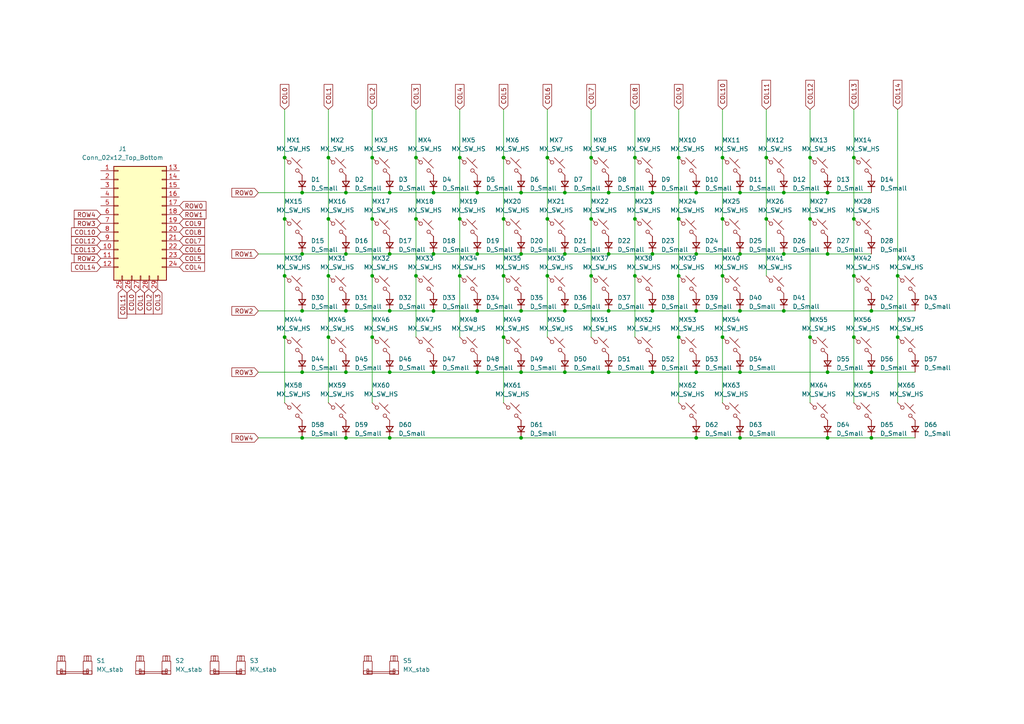
<source format=kicad_sch>
(kicad_sch (version 20250114) (generator "eeschema") (generator_version "9.0")
  (paper "A4")
  (junction (at 158.75 45.72))
  (junction (at 87.63 73.66))
  (junction (at 146.05 45.72))
  (junction (at 82.55 80.01))
  (junction (at 196.85 45.72))
  (junction (at 100.33 90.17))
  (junction (at 158.75 63.5))
  (junction (at 151.13 127))
  (junction (at 240.03 107.95))
  (junction (at 138.43 55.88))
  (junction (at 95.25 63.5))
  (junction (at 171.45 45.72))
  (junction (at 163.83 107.95))
  (junction (at 133.35 45.72))
  (junction (at 133.35 63.5))
  (junction (at 209.55 97.79))
  (junction (at 234.95 63.5))
  (junction (at 107.95 45.72))
  (junction (at 240.03 55.88))
  (junction (at 171.45 80.01))
  (junction (at 138.43 90.17))
  (junction (at 125.73 90.17))
  (junction (at 189.23 73.66))
  (junction (at 87.63 107.95))
  (junction (at 209.55 45.72))
  (junction (at 171.45 63.5))
  (junction (at 260.35 80.01))
  (junction (at 247.65 63.5))
  (junction (at 196.85 80.01))
  (junction (at 176.53 55.88))
  (junction (at 184.15 63.5))
  (junction (at 138.43 73.66))
  (junction (at 201.93 107.95))
  (junction (at 113.03 107.95))
  (junction (at 214.63 127))
  (junction (at 260.35 97.79))
  (junction (at 227.33 90.17))
  (junction (at 87.63 127))
  (junction (at 125.73 73.66))
  (junction (at 125.73 55.88))
  (junction (at 163.83 73.66))
  (junction (at 125.73 107.95))
  (junction (at 95.25 97.79))
  (junction (at 176.53 107.95))
  (junction (at 151.13 55.88))
  (junction (at 214.63 107.95))
  (junction (at 138.43 107.95))
  (junction (at 82.55 97.79))
  (junction (at 82.55 45.72))
  (junction (at 247.65 80.01))
  (junction (at 201.93 73.66))
  (junction (at 146.05 97.79))
  (junction (at 209.55 80.01))
  (junction (at 252.73 127))
  (junction (at 201.93 90.17))
  (junction (at 163.83 55.88))
  (junction (at 176.53 73.66))
  (junction (at 240.03 127))
  (junction (at 196.85 63.5))
  (junction (at 189.23 107.95))
  (junction (at 234.95 45.72))
  (junction (at 120.65 80.01))
  (junction (at 201.93 55.88))
  (junction (at 100.33 107.95))
  (junction (at 240.03 73.66))
  (junction (at 146.05 63.5))
  (junction (at 87.63 55.88))
  (junction (at 107.95 80.01))
  (junction (at 184.15 45.72))
  (junction (at 163.83 90.17))
  (junction (at 252.73 107.95))
  (junction (at 82.55 63.5))
  (junction (at 222.25 63.5))
  (junction (at 151.13 73.66))
  (junction (at 95.25 45.72))
  (junction (at 113.03 55.88))
  (junction (at 107.95 63.5))
  (junction (at 107.95 97.79))
  (junction (at 146.05 80.01))
  (junction (at 227.33 73.66))
  (junction (at 196.85 97.79))
  (junction (at 120.65 45.72))
  (junction (at 158.75 80.01))
  (junction (at 184.15 80.01))
  (junction (at 87.63 90.17))
  (junction (at 100.33 55.88))
  (junction (at 113.03 90.17))
  (junction (at 214.63 55.88))
  (junction (at 151.13 107.95))
  (junction (at 252.73 90.17))
  (junction (at 201.93 127))
  (junction (at 189.23 55.88))
  (junction (at 95.25 80.01))
  (junction (at 176.53 90.17))
  (junction (at 100.33 73.66))
  (junction (at 113.03 127))
  (junction (at 133.35 80.01))
  (junction (at 227.33 55.88))
  (junction (at 222.25 45.72))
  (junction (at 247.65 45.72))
  (junction (at 189.23 90.17))
  (junction (at 100.33 127))
  (junction (at 209.55 63.5))
  (junction (at 247.65 97.79))
  (junction (at 234.95 97.79))
  (junction (at 214.63 90.17))
  (junction (at 151.13 90.17))
  (junction (at 120.65 63.5))
  (junction (at 113.03 73.66))
  (junction (at 214.63 73.66))
  (wire (pts (xy 227.33 55.88) (xy 240.03 55.88)))
  (wire (pts (xy 209.55 45.72) (xy 209.55 63.5)))
  (wire (pts (xy 87.63 107.95) (xy 100.33 107.95)))
  (wire (pts (xy 125.73 73.66) (xy 138.43 73.66)))
  (wire (pts (xy 146.05 80.01) (xy 146.05 97.79)))
  (wire (pts (xy 95.25 63.5) (xy 95.25 80.01)))
  (wire (pts (xy 82.55 80.01) (xy 82.55 97.79)))
  (wire (pts (xy 95.25 97.79) (xy 95.25 116.84)))
  (wire (pts (xy 125.73 107.95) (xy 138.43 107.95)))
  (wire (pts (xy 87.63 90.17) (xy 100.33 90.17)))
  (wire (pts (xy 158.75 31.75) (xy 158.75 45.72)))
  (wire (pts (xy 171.45 63.5) (xy 171.45 80.01)))
  (wire (pts (xy 252.73 90.17) (xy 265.43 90.17)))
  (wire (pts (xy 247.65 63.5) (xy 247.65 80.01)))
  (wire (pts (xy 100.33 107.95) (xy 113.03 107.95)))
  (wire (pts (xy 252.73 127) (xy 265.43 127)))
  (wire (pts (xy 176.53 73.66) (xy 189.23 73.66)))
  (wire (pts (xy 158.75 80.01) (xy 158.75 97.79)))
  (wire (pts (xy 196.85 45.72) (xy 196.85 63.5)))
  (wire (pts (xy 247.65 80.01) (xy 247.65 97.79)))
  (wire (pts (xy 201.93 127) (xy 214.63 127)))
  (wire (pts (xy 138.43 90.17) (xy 151.13 90.17)))
  (wire (pts (xy 171.45 45.72) (xy 171.45 63.5)))
  (wire (pts (xy 100.33 55.88) (xy 113.03 55.88)))
  (wire (pts (xy 87.63 55.88) (xy 100.33 55.88)))
  (wire (pts (xy 74.93 90.17) (xy 87.63 90.17)))
  (wire (pts (xy 184.15 63.5) (xy 184.15 80.01)))
  (wire (pts (xy 151.13 90.17) (xy 163.83 90.17)))
  (wire (pts (xy 214.63 90.17) (xy 227.33 90.17)))
  (wire (pts (xy 209.55 31.75) (xy 209.55 45.72)))
  (wire (pts (xy 133.35 31.75) (xy 133.35 45.72)))
  (wire (pts (xy 138.43 55.88) (xy 151.13 55.88)))
  (wire (pts (xy 214.63 107.95) (xy 240.03 107.95)))
  (wire (pts (xy 234.95 45.72) (xy 234.95 63.5)))
  (wire (pts (xy 189.23 55.88) (xy 201.93 55.88)))
  (wire (pts (xy 222.25 45.72) (xy 222.25 63.5)))
  (wire (pts (xy 222.25 31.75) (xy 222.25 45.72)))
  (wire (pts (xy 107.95 63.5) (xy 107.95 80.01)))
  (wire (pts (xy 189.23 90.17) (xy 201.93 90.17)))
  (wire (pts (xy 209.55 63.5) (xy 209.55 80.01)))
  (wire (pts (xy 120.65 31.75) (xy 120.65 45.72)))
  (wire (pts (xy 196.85 80.01) (xy 196.85 97.79)))
  (wire (pts (xy 171.45 80.01) (xy 171.45 97.79)))
  (wire (pts (xy 240.03 55.88) (xy 252.73 55.88)))
  (wire (pts (xy 113.03 73.66) (xy 125.73 73.66)))
  (wire (pts (xy 151.13 107.95) (xy 163.83 107.95)))
  (wire (pts (xy 95.25 80.01) (xy 95.25 97.79)))
  (wire (pts (xy 158.75 63.5) (xy 158.75 80.01)))
  (wire (pts (xy 95.25 31.75) (xy 95.25 45.72)))
  (wire (pts (xy 120.65 80.01) (xy 120.65 97.79)))
  (wire (pts (xy 120.65 63.5) (xy 120.65 80.01)))
  (wire (pts (xy 107.95 97.79) (xy 107.95 116.84)))
  (wire (pts (xy 163.83 107.95) (xy 176.53 107.95)))
  (wire (pts (xy 196.85 31.75) (xy 196.85 45.72)))
  (wire (pts (xy 201.93 55.88) (xy 214.63 55.88)))
  (wire (pts (xy 209.55 80.01) (xy 209.55 97.79)))
  (wire (pts (xy 74.93 127) (xy 87.63 127)))
  (wire (pts (xy 120.65 45.72) (xy 120.65 63.5)))
  (wire (pts (xy 100.33 73.66) (xy 113.03 73.66)))
  (wire (pts (xy 247.65 97.79) (xy 247.65 116.84)))
  (wire (pts (xy 163.83 73.66) (xy 176.53 73.66)))
  (wire (pts (xy 74.93 55.88) (xy 87.63 55.88)))
  (wire (pts (xy 234.95 97.79) (xy 234.95 116.84)))
  (wire (pts (xy 252.73 107.95) (xy 265.43 107.95)))
  (wire (pts (xy 151.13 55.88) (xy 163.83 55.88)))
  (wire (pts (xy 158.75 45.72) (xy 158.75 63.5)))
  (wire (pts (xy 87.63 127) (xy 100.33 127)))
  (wire (pts (xy 100.33 90.17) (xy 113.03 90.17)))
  (wire (pts (xy 113.03 55.88) (xy 125.73 55.88)))
  (wire (pts (xy 95.25 45.72) (xy 95.25 63.5)))
  (wire (pts (xy 113.03 107.95) (xy 125.73 107.95)))
  (wire (pts (xy 82.55 63.5) (xy 82.55 80.01)))
  (wire (pts (xy 82.55 31.75) (xy 82.55 45.72)))
  (wire (pts (xy 260.35 97.79) (xy 260.35 116.84)))
  (wire (pts (xy 82.55 97.79) (xy 82.55 116.84)))
  (wire (pts (xy 82.55 45.72) (xy 82.55 63.5)))
  (wire (pts (xy 146.05 97.79) (xy 146.05 116.84)))
  (wire (pts (xy 151.13 127) (xy 201.93 127)))
  (wire (pts (xy 138.43 107.95) (xy 151.13 107.95)))
  (wire (pts (xy 184.15 80.01) (xy 184.15 97.79)))
  (wire (pts (xy 113.03 90.17) (xy 125.73 90.17)))
  (wire (pts (xy 176.53 107.95) (xy 189.23 107.95)))
  (wire (pts (xy 222.25 63.5) (xy 222.25 80.01)))
  (wire (pts (xy 201.93 107.95) (xy 214.63 107.95)))
  (wire (pts (xy 240.03 73.66) (xy 252.73 73.66)))
  (wire (pts (xy 74.93 73.66) (xy 87.63 73.66)))
  (wire (pts (xy 133.35 45.72) (xy 133.35 63.5)))
  (wire (pts (xy 163.83 55.88) (xy 176.53 55.88)))
  (wire (pts (xy 214.63 73.66) (xy 227.33 73.66)))
  (wire (pts (xy 201.93 73.66) (xy 214.63 73.66)))
  (wire (pts (xy 151.13 73.66) (xy 163.83 73.66)))
  (wire (pts (xy 107.95 31.75) (xy 107.95 45.72)))
  (wire (pts (xy 234.95 63.5) (xy 234.95 97.79)))
  (wire (pts (xy 107.95 45.72) (xy 107.95 63.5)))
  (wire (pts (xy 189.23 107.95) (xy 201.93 107.95)))
  (wire (pts (xy 74.93 107.95) (xy 87.63 107.95)))
  (wire (pts (xy 227.33 73.66) (xy 240.03 73.66)))
  (wire (pts (xy 171.45 31.75) (xy 171.45 45.72)))
  (wire (pts (xy 125.73 90.17) (xy 138.43 90.17)))
  (wire (pts (xy 260.35 80.01) (xy 260.35 97.79)))
  (wire (pts (xy 163.83 90.17) (xy 176.53 90.17)))
  (wire (pts (xy 184.15 45.72) (xy 184.15 63.5)))
  (wire (pts (xy 133.35 63.5) (xy 133.35 80.01)))
  (wire (pts (xy 189.23 73.66) (xy 201.93 73.66)))
  (wire (pts (xy 240.03 107.95) (xy 252.73 107.95)))
  (wire (pts (xy 146.05 63.5) (xy 146.05 80.01)))
  (wire (pts (xy 113.03 127) (xy 151.13 127)))
  (wire (pts (xy 133.35 80.01) (xy 133.35 97.79)))
  (wire (pts (xy 146.05 45.72) (xy 146.05 63.5)))
  (wire (pts (xy 184.15 31.75) (xy 184.15 45.72)))
  (wire (pts (xy 201.93 90.17) (xy 214.63 90.17)))
  (wire (pts (xy 247.65 31.75) (xy 247.65 45.72)))
  (wire (pts (xy 196.85 63.5) (xy 196.85 80.01)))
  (wire (pts (xy 176.53 55.88) (xy 189.23 55.88)))
  (wire (pts (xy 234.95 31.75) (xy 234.95 45.72)))
  (wire (pts (xy 209.55 97.79) (xy 209.55 116.84)))
  (wire (pts (xy 196.85 97.79) (xy 196.85 116.84)))
  (wire (pts (xy 138.43 73.66) (xy 151.13 73.66)))
  (wire (pts (xy 227.33 90.17) (xy 252.73 90.17)))
  (wire (pts (xy 247.65 45.72) (xy 247.65 63.5)))
  (wire (pts (xy 214.63 127) (xy 240.03 127)))
  (wire (pts (xy 240.03 127) (xy 252.73 127)))
  (wire (pts (xy 260.35 31.75) (xy 260.35 80.01)))
  (wire (pts (xy 214.63 55.88) (xy 227.33 55.88)))
  (wire (pts (xy 87.63 73.66) (xy 100.33 73.66)))
  (wire (pts (xy 107.95 80.01) (xy 107.95 97.79)))
  (wire (pts (xy 176.53 90.17) (xy 189.23 90.17)))
  (wire (pts (xy 125.73 55.88) (xy 138.43 55.88)))
  (wire (pts (xy 100.33 127) (xy 113.03 127)))
  (wire (pts (xy 146.05 31.75) (xy 146.05 45.72)))
  (global_label "COL4" (shape input) (at 133.35 31.75 90) (property "Intersheetrefs" "${INTERSHEET_REFS}" (effects (hide yes))))
  (global_label "ROW4" (shape input) (at 29.21 62.23 180) (property "Intersheetrefs" "${INTERSHEET_REFS}" (effects (hide yes))))
  (global_label "COL13" (shape input) (at 29.21 72.39 180) (property "Intersheetrefs" "${INTERSHEET_REFS}" (effects (hide yes))))
  (global_label "COL1" (shape input) (at 95.25 31.75 90) (property "Intersheetrefs" "${INTERSHEET_REFS}" (effects (hide yes))))
  (global_label "COL11" (shape input) (at 222.25 31.75 90) (property "Intersheetrefs" "${INTERSHEET_REFS}" (effects (hide yes))))
  (global_label "COL12" (shape input) (at 234.95 31.75 90) (property "Intersheetrefs" "${INTERSHEET_REFS}" (effects (hide yes))))
  (global_label "COL9" (shape input) (at 196.85 31.75 90) (property "Intersheetrefs" "${INTERSHEET_REFS}" (effects (hide yes))))
  (global_label "COL8" (shape input) (at 184.15 31.75 90) (property "Intersheetrefs" "${INTERSHEET_REFS}" (effects (hide yes))))
  (global_label "COL14" (shape input) (at 260.35 31.75 90) (property "Intersheetrefs" "${INTERSHEET_REFS}" (effects (hide yes))))
  (global_label "ROW2" (shape input) (at 74.93 90.17 180) (property "Intersheetrefs" "${INTERSHEET_REFS}" (effects (hide yes))))
  (global_label "COL4" (shape input) (at 52.07 77.47 0) (property "Intersheetrefs" "${INTERSHEET_REFS}" (effects (hide yes))))
  (global_label "COL10" (shape input) (at 29.21 67.31 180) (property "Intersheetrefs" "${INTERSHEET_REFS}" (effects (hide yes))))
  (global_label "COL0" (shape input) (at 38.1 83.82 270) (property "Intersheetrefs" "${INTERSHEET_REFS}" (effects (hide yes))))
  (global_label "COL2" (shape input) (at 107.95 31.75 90) (property "Intersheetrefs" "${INTERSHEET_REFS}" (effects (hide yes))))
  (global_label "COL14" (shape input) (at 29.21 77.47 180) (property "Intersheetrefs" "${INTERSHEET_REFS}" (effects (hide yes))))
  (global_label "COL0" (shape input) (at 82.55 31.75 90) (property "Intersheetrefs" "${INTERSHEET_REFS}" (effects (hide yes))))
  (global_label "COL7" (shape input) (at 171.45 31.75 90) (property "Intersheetrefs" "${INTERSHEET_REFS}" (effects (hide yes))))
  (global_label "COL5" (shape input) (at 146.05 31.75 90) (property "Intersheetrefs" "${INTERSHEET_REFS}" (effects (hide yes))))
  (global_label "COL3" (shape input) (at 120.65 31.75 90) (property "Intersheetrefs" "${INTERSHEET_REFS}" (effects (hide yes))))
  (global_label "ROW0" (shape input) (at 52.07 59.69 0) (property "Intersheetrefs" "${INTERSHEET_REFS}" (effects (hide yes))))
  (global_label "ROW3" (shape input) (at 29.21 64.77 180) (property "Intersheetrefs" "${INTERSHEET_REFS}" (effects (hide yes))))
  (global_label "ROW4" (shape input) (at 74.93 127 180) (property "Intersheetrefs" "${INTERSHEET_REFS}" (effects (hide yes))))
  (global_label "COL1" (shape input) (at 40.64 83.82 270) (property "Intersheetrefs" "${INTERSHEET_REFS}" (effects (hide yes))))
  (global_label "ROW1" (shape input) (at 74.93 73.66 180) (property "Intersheetrefs" "${INTERSHEET_REFS}" (effects (hide yes))))
  (global_label "COL6" (shape input) (at 52.07 72.39 0) (property "Intersheetrefs" "${INTERSHEET_REFS}" (effects (hide yes))))
  (global_label "COL5" (shape input) (at 52.07 74.93 0) (property "Intersheetrefs" "${INTERSHEET_REFS}" (effects (hide yes))))
  (global_label "ROW2" (shape input) (at 29.21 74.93 180) (property "Intersheetrefs" "${INTERSHEET_REFS}" (effects (hide yes))))
  (global_label "COL12" (shape input) (at 29.21 69.85 180) (property "Intersheetrefs" "${INTERSHEET_REFS}" (effects (hide yes))))
  (global_label "COL11" (shape input) (at 35.56 83.82 270) (property "Intersheetrefs" "${INTERSHEET_REFS}" (effects (hide yes))))
  (global_label "ROW3" (shape input) (at 74.93 107.95 180) (property "Intersheetrefs" "${INTERSHEET_REFS}" (effects (hide yes))))
  (global_label "COL6" (shape input) (at 158.75 31.75 90) (property "Intersheetrefs" "${INTERSHEET_REFS}" (effects (hide yes))))
  (global_label "COL2" (shape input) (at 43.18 83.82 270) (property "Intersheetrefs" "${INTERSHEET_REFS}" (effects (hide yes))))
  (global_label "COL7" (shape input) (at 52.07 69.85 0) (property "Intersheetrefs" "${INTERSHEET_REFS}" (effects (hide yes))))
  (global_label "ROW1" (shape input) (at 52.07 62.23 0) (property "Intersheetrefs" "${INTERSHEET_REFS}" (effects (hide yes))))
  (global_label "COL13" (shape input) (at 247.65 31.75 90) (property "Intersheetrefs" "${INTERSHEET_REFS}" (effects (hide yes))))
  (global_label "COL9" (shape input) (at 52.07 64.77 0) (property "Intersheetrefs" "${INTERSHEET_REFS}" (effects (hide yes))))
  (global_label "ROW0" (shape input) (at 74.93 55.88 180) (property "Intersheetrefs" "${INTERSHEET_REFS}" (effects (hide yes))))
  (global_label "COL8" (shape input) (at 52.07 67.31 0) (property "Intersheetrefs" "${INTERSHEET_REFS}" (effects (hide yes))))
  (global_label "COL3" (shape input) (at 45.72 83.82 270) (property "Intersheetrefs" "${INTERSHEET_REFS}" (effects (hide yes))))
  (global_label "COL10" (shape input) (at 209.55 31.75 90) (property "Intersheetrefs" "${INTERSHEET_REFS}" (effects (hide yes))))
  (symbol (lib_id "PCM_marbastlib-mx:MX_SW_HS_CPG151101S11") (at 97.79 66.04 0) (unit 1)
    (property "Reference" "MX16" (at 97.79 58.42 0))
    (property "Value" "MX_SW_HS" (at 97.79 60.96 0))
    (property "Footprint" "PCM_Switch_Keyboard_Cherry_MX:SW_Cherry_MX_PCB_1.00u" (effects (hide yes)))
    (property "Description" "Push button switch, normally open, two pins, 45° tilted, Kailh CPG151101S11 for Cherry MX style switches" (effects (hide yes)))
  )
  (symbol (lib_id "Device:D_Small") (at 240.03 105.41 90) (unit 1)
    (property "Reference" "D55" (at 242.57 104.1399 90) (effects (justify right)))
    (property "Value" "D_Small" (at 242.57 106.6799 90) (effects (justify right)))
    (property "Footprint" "Diode_SMD:D_SOD-323" (effects (hide yes)))
    (property "Description" "Diode, small symbol" (effects (hide yes)))
    (property "Sim.Device" "D" (effects (hide yes)))
    (property "Sim.Pins" "1=K 2=A" (effects (hide yes)))
  )
  (symbol (lib_id "Device:D_Small") (at 87.63 53.34 90) (unit 1)
    (property "Reference" "D1" (at 90.17 52.0699 90) (effects (justify right)))
    (property "Value" "D_Small" (at 90.17 54.6099 90) (effects (justify right)))
    (property "Footprint" "Diode_SMD:D_SOD-323" (effects (hide yes)))
    (property "Description" "Diode, small symbol" (effects (hide yes)))
    (property "Sim.Device" "D" (effects (hide yes)))
    (property "Sim.Pins" "1=K 2=A" (effects (hide yes)))
  )
  (symbol (lib_id "Device:D_Small") (at 214.63 87.63 90) (unit 1)
    (property "Reference" "D40" (at 217.17 86.3599 90) (effects (justify right)))
    (property "Value" "D_Small" (at 217.17 88.8999 90) (effects (justify right)))
    (property "Footprint" "Diode_SMD:D_SOD-323" (effects (hide yes)))
    (property "Description" "Diode, small symbol" (effects (hide yes)))
    (property "Sim.Device" "D" (effects (hide yes)))
    (property "Sim.Pins" "1=K 2=A" (effects (hide yes)))
  )
  (symbol (lib_id "Device:D_Small") (at 201.93 71.12 90) (unit 1)
    (property "Reference" "D24" (at 204.47 69.8499 90) (effects (justify right)))
    (property "Value" "D_Small" (at 204.47 72.3899 90) (effects (justify right)))
    (property "Footprint" "Diode_SMD:D_SOD-323" (effects (hide yes)))
    (property "Description" "Diode, small symbol" (effects (hide yes)))
    (property "Sim.Device" "D" (effects (hide yes)))
    (property "Sim.Pins" "1=K 2=A" (effects (hide yes)))
  )
  (symbol (lib_id "PCM_marbastlib-mx:MX_SW_HS_CPG151101S11") (at 161.29 82.55 0) (unit 1)
    (property "Reference" "MX36" (at 161.29 74.93 0))
    (property "Value" "MX_SW_HS" (at 161.29 77.47 0))
    (property "Footprint" "PCM_Switch_Keyboard_Cherry_MX:SW_Cherry_MX_PCB_1.00u" (effects (hide yes)))
    (property "Description" "Push button switch, normally open, two pins, 45° tilted, Kailh CPG151101S11 for Cherry MX style switches" (effects (hide yes)))
  )
  (symbol (lib_id "PCM_marbastlib-mx:MX_SW_HS_CPG151101S11") (at 212.09 48.26 0) (unit 1)
    (property "Reference" "MX11" (at 212.09 40.64 0))
    (property "Value" "MX_SW_HS" (at 212.09 43.18 0))
    (property "Footprint" "PCM_Switch_Keyboard_Cherry_MX:SW_Cherry_MX_PCB_1.00u" (effects (hide yes)))
    (property "Description" "Push button switch, normally open, two pins, 45° tilted, Kailh CPG151101S11 for Cherry MX style switches" (effects (hide yes)))
  )
  (symbol (lib_id "PCM_marbastlib-mx:MX_SW_HS_CPG151101S11") (at 212.09 100.33 0) (unit 1)
    (property "Reference" "MX54" (at 212.09 92.71 0))
    (property "Value" "MX_SW_HS" (at 212.09 95.25 0))
    (property "Footprint" "PCM_Switch_Keyboard_Cherry_MX:SW_Cherry_MX_PCB_1.00u" (effects (hide yes)))
    (property "Description" "Push button switch, normally open, two pins, 45° tilted, Kailh CPG151101S11 for Cherry MX style switches" (effects (hide yes)))
  )
  (symbol (lib_id "PCM_marbastlib-mx:MX_SW_HS_CPG151101S11") (at 212.09 119.38 0) (unit 1)
    (property "Reference" "MX63" (at 212.09 111.76 0))
    (property "Value" "MX_SW_HS" (at 212.09 114.3 0))
    (property "Footprint" "PCM_Switch_Keyboard_Cherry_MX:SW_Cherry_MX_PCB_1.25u" (effects (hide yes)))
    (property "Description" "Push button switch, normally open, two pins, 45° tilted, Kailh CPG151101S11 for Cherry MX style switches" (effects (hide yes)))
  )
  (symbol (lib_id "PCM_marbastlib-mx:MX_SW_HS_CPG151101S11") (at 250.19 48.26 0) (unit 1)
    (property "Reference" "MX14" (at 250.19 40.64 0))
    (property "Value" "MX_SW_HS" (at 250.19 43.18 0))
    (property "Footprint" "PCM_Switch_Keyboard_Cherry_MX:SW_Cherry_MX_PCB_2.00u" (effects (hide yes)))
    (property "Description" "Push button switch, normally open, two pins, 45° tilted, Kailh CPG151101S11 for Cherry MX style switches" (effects (hide yes)))
  )
  (symbol (lib_id "PCM_marbastlib-mx:MX_SW_HS_CPG151101S11") (at 148.59 119.38 0) (unit 1)
    (property "Reference" "MX61" (at 148.59 111.76 0))
    (property "Value" "MX_SW_HS" (at 148.59 114.3 0))
    (property "Footprint" "PCM_Switch_Keyboard_Cherry_MX:SW_Cherry_MX_PCB_6.25u" (effects (hide yes)))
    (property "Description" "Push button switch, normally open, two pins, 45° tilted, Kailh CPG151101S11 for Cherry MX style switches" (effects (hide yes)))
  )
  (symbol (lib_id "PCM_marbastlib-mx:MX_SW_HS_CPG151101S11") (at 148.59 48.26 0) (unit 1)
    (property "Reference" "MX6" (at 148.59 40.64 0))
    (property "Value" "MX_SW_HS" (at 148.59 43.18 0))
    (property "Footprint" "PCM_Switch_Keyboard_Cherry_MX:SW_Cherry_MX_PCB_1.00u" (effects (hide yes)))
    (property "Description" "Push button switch, normally open, two pins, 45° tilted, Kailh CPG151101S11 for Cherry MX style switches" (effects (hide yes)))
  )
  (symbol (lib_id "Connector_Generic:Conn_02x12_Top_Bottom") (at 34.29 62.23 0) (unit 1)
    (property "Reference" "J1" (at 35.56 43.18 0))
    (property "Value" "Conn_02x12_Top_Bottom" (at 35.56 45.72 0))
    (property "Footprint" "PCM_marbastlib-xp-promicroish:Elite-C_AH_Reversible" (effects (hide yes)))
    (property "Description" "Generic connector, double row, 02x12, top/bottom pin numbering scheme (row 1: 1...pins_per_row, row2: pins_per_row+1 ... num_pins), script generated (kicad-library-utils/schlib/autogen/connector/)" (effects (hide yes)))
  )
  (symbol (lib_id "PCM_marbastlib-mx:MX_SW_HS_CPG151101S11") (at 250.19 100.33 0) (unit 1)
    (property "Reference" "MX56" (at 250.19 92.71 0))
    (property "Value" "MX_SW_HS" (at 250.19 95.25 0))
    (property "Footprint" "PCM_Switch_Keyboard_Cherry_MX:SW_Cherry_MX_PCB_1.00u" (effects (hide yes)))
    (property "Description" "Push button switch, normally open, two pins, 45° tilted, Kailh CPG151101S11 for Cherry MX style switches" (effects (hide yes)))
  )
  (symbol (lib_id "Device:D_Small") (at 265.43 124.46 90) (unit 1)
    (property "Reference" "D66" (at 267.97 123.1899 90) (effects (justify right)))
    (property "Value" "D_Small" (at 267.97 125.7299 90) (effects (justify right)))
    (property "Footprint" "Diode_SMD:D_SOD-323" (effects (hide yes)))
    (property "Description" "Diode, small symbol" (effects (hide yes)))
    (property "Sim.Device" "D" (effects (hide yes)))
    (property "Sim.Pins" "1=K 2=A" (effects (hide yes)))
  )
  (symbol (lib_id "Device:D_Small") (at 138.43 87.63 90) (unit 1)
    (property "Reference" "D34" (at 140.97 86.3599 90) (effects (justify right)))
    (property "Value" "D_Small" (at 140.97 88.8999 90) (effects (justify right)))
    (property "Footprint" "Diode_SMD:D_SOD-323" (effects (hide yes)))
    (property "Description" "Diode, small symbol" (effects (hide yes)))
    (property "Sim.Device" "D" (effects (hide yes)))
    (property "Sim.Pins" "1=K 2=A" (effects (hide yes)))
  )
  (symbol (lib_id "Device:D_Small") (at 100.33 87.63 90) (unit 1)
    (property "Reference" "D31" (at 102.87 86.3599 90) (effects (justify right)))
    (property "Value" "D_Small" (at 102.87 88.8999 90) (effects (justify right)))
    (property "Footprint" "Diode_SMD:D_SOD-323" (effects (hide yes)))
    (property "Description" "Diode, small symbol" (effects (hide yes)))
    (property "Sim.Device" "D" (effects (hide yes)))
    (property "Sim.Pins" "1=K 2=A" (effects (hide yes)))
  )
  (symbol (lib_id "PCM_marbastlib-mx:MX_SW_HS_CPG151101S11") (at 173.99 66.04 0) (unit 1)
    (property "Reference" "MX22" (at 173.99 58.42 0))
    (property "Value" "MX_SW_HS" (at 173.99 60.96 0))
    (property "Footprint" "PCM_Switch_Keyboard_Cherry_MX:SW_Cherry_MX_PCB_1.00u" (effects (hide yes)))
    (property "Description" "Push button switch, normally open, two pins, 45° tilted, Kailh CPG151101S11 for Cherry MX style switches" (effects (hide yes)))
  )
  (symbol (lib_id "PCM_marbastlib-mx:MX_SW_HS_CPG151101S11") (at 135.89 82.55 0) (unit 1)
    (property "Reference" "MX34" (at 135.89 74.93 0))
    (property "Value" "MX_SW_HS" (at 135.89 77.47 0))
    (property "Footprint" "PCM_Switch_Keyboard_Cherry_MX:SW_Cherry_MX_PCB_1.00u" (effects (hide yes)))
    (property "Description" "Push button switch, normally open, two pins, 45° tilted, Kailh CPG151101S11 for Cherry MX style switches" (effects (hide yes)))
  )
  (symbol (lib_id "PCM_marbastlib-mx:MX_SW_HS_CPG151101S11") (at 123.19 82.55 0) (unit 1)
    (property "Reference" "MX33" (at 123.19 74.93 0))
    (property "Value" "MX_SW_HS" (at 123.19 77.47 0))
    (property "Footprint" "PCM_Switch_Keyboard_Cherry_MX:SW_Cherry_MX_PCB_1.00u" (effects (hide yes)))
    (property "Description" "Push button switch, normally open, two pins, 45° tilted, Kailh CPG151101S11 for Cherry MX style switches" (effects (hide yes)))
  )
  (symbol (lib_id "Device:D_Small") (at 189.23 71.12 90) (unit 1)
    (property "Reference" "D23" (at 191.77 69.8499 90) (effects (justify right)))
    (property "Value" "D_Small" (at 191.77 72.3899 90) (effects (justify right)))
    (property "Footprint" "Diode_SMD:D_SOD-323" (effects (hide yes)))
    (property "Description" "Diode, small symbol" (effects (hide yes)))
    (property "Sim.Device" "D" (effects (hide yes)))
    (property "Sim.Pins" "1=K 2=A" (effects (hide yes)))
  )
  (symbol (lib_id "PCM_marbastlib-mx:MX_SW_HS_CPG151101S11") (at 148.59 66.04 0) (unit 1)
    (property "Reference" "MX20" (at 148.59 58.42 0))
    (property "Value" "MX_SW_HS" (at 148.59 60.96 0))
    (property "Footprint" "PCM_Switch_Keyboard_Cherry_MX:SW_Cherry_MX_PCB_1.00u" (effects (hide yes)))
    (property "Description" "Push button switch, normally open, two pins, 45° tilted, Kailh CPG151101S11 for Cherry MX style switches" (effects (hide yes)))
  )
  (symbol (lib_id "Device:D_Small") (at 100.33 53.34 90) (unit 1)
    (property "Reference" "D2" (at 102.87 52.0699 90) (effects (justify right)))
    (property "Value" "D_Small" (at 102.87 54.6099 90) (effects (justify right)))
    (property "Footprint" "Diode_SMD:D_SOD-323" (effects (hide yes)))
    (property "Description" "Diode, small symbol" (effects (hide yes)))
    (property "Sim.Device" "D" (effects (hide yes)))
    (property "Sim.Pins" "1=K 2=A" (effects (hide yes)))
  )
  (symbol (lib_id "PCM_marbastlib-mx:MX_SW_HS_CPG151101S11") (at 237.49 48.26 0) (unit 1)
    (property "Reference" "MX13" (at 237.49 40.64 0))
    (property "Value" "MX_SW_HS" (at 237.49 43.18 0))
    (property "Footprint" "PCM_Switch_Keyboard_Cherry_MX:SW_Cherry_MX_PCB_1.00u" (effects (hide yes)))
    (property "Description" "Push button switch, normally open, two pins, 45° tilted, Kailh CPG151101S11 for Cherry MX style switches" (effects (hide yes)))
  )
  (symbol (lib_id "PCM_marbastlib-mx:MX_SW_HS_CPG151101S11") (at 199.39 48.26 0) (unit 1)
    (property "Reference" "MX10" (at 199.39 40.64 0))
    (property "Value" "MX_SW_HS" (at 199.39 43.18 0))
    (property "Footprint" "PCM_Switch_Keyboard_Cherry_MX:SW_Cherry_MX_PCB_1.00u" (effects (hide yes)))
    (property "Description" "Push button switch, normally open, two pins, 45° tilted, Kailh CPG151101S11 for Cherry MX style switches" (effects (hide yes)))
  )
  (symbol (lib_id "PCM_marbastlib-mx:MX_SW_HS_CPG151101S11") (at 123.19 66.04 0) (unit 1)
    (property "Reference" "MX18" (at 123.19 58.42 0))
    (property "Value" "MX_SW_HS" (at 123.19 60.96 0))
    (property "Footprint" "PCM_Switch_Keyboard_Cherry_MX:SW_Cherry_MX_PCB_1.00u" (effects (hide yes)))
    (property "Description" "Push button switch, normally open, two pins, 45° tilted, Kailh CPG151101S11 for Cherry MX style switches" (effects (hide yes)))
  )
  (symbol (lib_id "Device:D_Small") (at 201.93 124.46 90) (unit 1)
    (property "Reference" "D62" (at 204.47 123.1899 90) (effects (justify right)))
    (property "Value" "D_Small" (at 204.47 125.7299 90) (effects (justify right)))
    (property "Footprint" "Diode_SMD:D_SOD-323" (effects (hide yes)))
    (property "Description" "Diode, small symbol" (effects (hide yes)))
    (property "Sim.Device" "D" (effects (hide yes)))
    (property "Sim.Pins" "1=K 2=A" (effects (hide yes)))
  )
  (symbol (lib_id "PCM_marbastlib-mx:MX_SW_HS_CPG151101S11") (at 199.39 100.33 0) (unit 1)
    (property "Reference" "MX53" (at 199.39 92.71 0))
    (property "Value" "MX_SW_HS" (at 199.39 95.25 0))
    (property "Footprint" "PCM_Switch_Keyboard_Cherry_MX:SW_Cherry_MX_PCB_1.00u" (effects (hide yes)))
    (property "Description" "Push button switch, normally open, two pins, 45° tilted, Kailh CPG151101S11 for Cherry MX style switches" (effects (hide yes)))
  )
  (symbol (lib_id "PCM_marbastlib-mx:MX_SW_HS_CPG151101S11") (at 161.29 100.33 0) (unit 1)
    (property "Reference" "MX50" (at 161.29 92.71 0))
    (property "Value" "MX_SW_HS" (at 161.29 95.25 0))
    (property "Footprint" "PCM_Switch_Keyboard_Cherry_MX:SW_Cherry_MX_PCB_1.00u" (effects (hide yes)))
    (property "Description" "Push button switch, normally open, two pins, 45° tilted, Kailh CPG151101S11 for Cherry MX style switches" (effects (hide yes)))
  )
  (symbol (lib_id "Device:D_Small") (at 201.93 105.41 90) (unit 1)
    (property "Reference" "D53" (at 204.47 104.1399 90) (effects (justify right)))
    (property "Value" "D_Small" (at 204.47 106.6799 90) (effects (justify right)))
    (property "Footprint" "Diode_SMD:D_SOD-323" (effects (hide yes)))
    (property "Description" "Diode, small symbol" (effects (hide yes)))
    (property "Sim.Device" "D" (effects (hide yes)))
    (property "Sim.Pins" "1=K 2=A" (effects (hide yes)))
  )
  (symbol (lib_id "PCM_marbastlib-mx:MX_SW_HS_CPG151101S11") (at 199.39 66.04 0) (unit 1)
    (property "Reference" "MX24" (at 199.39 58.42 0))
    (property "Value" "MX_SW_HS" (at 199.39 60.96 0))
    (property "Footprint" "PCM_Switch_Keyboard_Cherry_MX:SW_Cherry_MX_PCB_1.00u" (effects (hide yes)))
    (property "Description" "Push button switch, normally open, two pins, 45° tilted, Kailh CPG151101S11 for Cherry MX style switches" (effects (hide yes)))
  )
  (symbol (lib_id "PCM_marbastlib-mx:MX_SW_HS_CPG151101S11") (at 97.79 119.38 0) (unit 1)
    (property "Reference" "MX59" (at 97.79 111.76 0))
    (property "Value" "MX_SW_HS" (at 97.79 114.3 0))
    (property "Footprint" "PCM_Switch_Keyboard_Cherry_MX:SW_Cherry_MX_PCB_1.25u" (effects (hide yes)))
    (property "Description" "Push button switch, normally open, two pins, 45° tilted, Kailh CPG151101S11 for Cherry MX style switches" (effects (hide yes)))
  )
  (symbol (lib_id "PCM_marbastlib-mx:MX_SW_HS_CPG151101S11") (at 123.19 100.33 0) (unit 1)
    (property "Reference" "MX47" (at 123.19 92.71 0))
    (property "Value" "MX_SW_HS" (at 123.19 95.25 0))
    (property "Footprint" "PCM_Switch_Keyboard_Cherry_MX:SW_Cherry_MX_PCB_1.00u" (effects (hide yes)))
    (property "Description" "Push button switch, normally open, two pins, 45° tilted, Kailh CPG151101S11 for Cherry MX style switches" (effects (hide yes)))
  )
  (symbol (lib_id "PCM_marbastlib-mx:MX_SW_HS_CPG151101S11") (at 186.69 82.55 0) (unit 1)
    (property "Reference" "MX38" (at 186.69 74.93 0))
    (property "Value" "MX_SW_HS" (at 186.69 77.47 0))
    (property "Footprint" "PCM_Switch_Keyboard_Cherry_MX:SW_Cherry_MX_PCB_1.00u" (effects (hide yes)))
    (property "Description" "Push button switch, normally open, two pins, 45° tilted, Kailh CPG151101S11 for Cherry MX style switches" (effects (hide yes)))
  )
  (symbol (lib_id "PCM_marbastlib-mx:MX_SW_HS_CPG151101S11") (at 85.09 48.26 0) (unit 1)
    (property "Reference" "MX1" (at 85.09 40.64 0))
    (property "Value" "MX_SW_HS" (at 85.09 43.18 0))
    (property "Footprint" "PCM_Switch_Keyboard_Cherry_MX:SW_Cherry_MX_PCB_1.00u" (effects (hide yes)))
    (property "Description" "Push button switch, normally open, two pins, 45° tilted, Kailh CPG151101S11 for Cherry MX style switches" (effects (hide yes)))
  )
  (symbol (lib_id "Device:D_Small") (at 151.13 71.12 90) (unit 1)
    (property "Reference" "D20" (at 153.67 69.8499 90) (effects (justify right)))
    (property "Value" "D_Small" (at 153.67 72.3899 90) (effects (justify right)))
    (property "Footprint" "Diode_SMD:D_SOD-323" (effects (hide yes)))
    (property "Description" "Diode, small symbol" (effects (hide yes)))
    (property "Sim.Device" "D" (effects (hide yes)))
    (property "Sim.Pins" "1=K 2=A" (effects (hide yes)))
  )
  (symbol (lib_id "Device:D_Small") (at 214.63 124.46 90) (unit 1)
    (property "Reference" "D63" (at 217.17 123.1899 90) (effects (justify right)))
    (property "Value" "D_Small" (at 217.17 125.7299 90) (effects (justify right)))
    (property "Footprint" "Diode_SMD:D_SOD-323" (effects (hide yes)))
    (property "Description" "Diode, small symbol" (effects (hide yes)))
    (property "Sim.Device" "D" (effects (hide yes)))
    (property "Sim.Pins" "1=K 2=A" (effects (hide yes)))
  )
  (symbol (lib_id "PCM_marbastlib-mx:MX_SW_HS_CPG151101S11") (at 110.49 48.26 0) (unit 1)
    (property "Reference" "MX3" (at 110.49 40.64 0))
    (property "Value" "MX_SW_HS" (at 110.49 43.18 0))
    (property "Footprint" "PCM_Switch_Keyboard_Cherry_MX:SW_Cherry_MX_PCB_1.00u" (effects (hide yes)))
    (property "Description" "Push button switch, normally open, two pins, 45° tilted, Kailh CPG151101S11 for Cherry MX style switches" (effects (hide yes)))
  )
  (symbol (lib_id "PCM_marbastlib-mx:MX_SW_HS_CPG151101S11") (at 85.09 82.55 0) (unit 1)
    (property "Reference" "MX30" (at 85.09 74.93 0))
    (property "Value" "MX_SW_HS" (at 85.09 77.47 0))
    (property "Footprint" "PCM_Switch_Keyboard_Cherry_MX:SW_Cherry_MX_PCB_1.75u" (effects (hide yes)))
    (property "Description" "Push button switch, normally open, two pins, 45° tilted, Kailh CPG151101S11 for Cherry MX style switches" (effects (hide yes)))
  )
  (symbol (lib_id "Device:D_Small") (at 189.23 87.63 90) (unit 1)
    (property "Reference" "D38" (at 191.77 86.3599 90) (effects (justify right)))
    (property "Value" "D_Small" (at 191.77 88.8999 90) (effects (justify right)))
    (property "Footprint" "Diode_SMD:D_SOD-323" (effects (hide yes)))
    (property "Description" "Diode, small symbol" (effects (hide yes)))
    (property "Sim.Device" "D" (effects (hide yes)))
    (property "Sim.Pins" "1=K 2=A" (effects (hide yes)))
  )
  (symbol (lib_id "PCM_marbastlib-mx:MX_SW_HS_CPG151101S11") (at 262.89 82.55 0) (unit 1)
    (property "Reference" "MX43" (at 262.89 74.93 0))
    (property "Value" "MX_SW_HS" (at 262.89 77.47 0))
    (property "Footprint" "PCM_Switch_Keyboard_Cherry_MX:SW_Cherry_MX_PCB_1.00u" (effects (hide yes)))
    (property "Description" "Push button switch, normally open, two pins, 45° tilted, Kailh CPG151101S11 for Cherry MX style switches" (effects (hide yes)))
  )
  (symbol (lib_id "PCM_marbastlib-mx:MX_SW_HS_CPG151101S11") (at 110.49 82.55 0) (unit 1)
    (property "Reference" "MX32" (at 110.49 74.93 0))
    (property "Value" "MX_SW_HS" (at 110.49 77.47 0))
    (property "Footprint" "PCM_Switch_Keyboard_Cherry_MX:SW_Cherry_MX_PCB_1.00u" (effects (hide yes)))
    (property "Description" "Push button switch, normally open, two pins, 45° tilted, Kailh CPG151101S11 for Cherry MX style switches" (effects (hide yes)))
  )
  (symbol (lib_id "PCM_marbastlib-mx:MX_stab") (at 44.45 193.04 0) (unit 1)
    (property "Reference" "S2" (at 50.8 191.6429 0) (effects (justify left)))
    (property "Value" "MX_stab" (at 50.8 194.1829 0) (effects (justify left)))
    (property "Footprint" "PCM_marbastlib-mx:STAB_MX_P_2.25u" (effects (hide yes)))
    (property "Description" "Cherry MX-style stabilizer" (effects (hide yes)))
  )
  (symbol (lib_id "Device:D_Small") (at 176.53 87.63 90) (unit 1)
    (property "Reference" "D37" (at 179.07 86.3599 90) (effects (justify right)))
    (property "Value" "D_Small" (at 179.07 88.8999 90) (effects (justify right)))
    (property "Footprint" "Diode_SMD:D_SOD-323" (effects (hide yes)))
    (property "Description" "Diode, small symbol" (effects (hide yes)))
    (property "Sim.Device" "D" (effects (hide yes)))
    (property "Sim.Pins" "1=K 2=A" (effects (hide yes)))
  )
  (symbol (lib_id "Device:D_Small") (at 113.03 105.41 90) (unit 1)
    (property "Reference" "D46" (at 115.57 104.1399 90) (effects (justify right)))
    (property "Value" "D_Small" (at 115.57 106.6799 90) (effects (justify right)))
    (property "Footprint" "Diode_SMD:D_SOD-323" (effects (hide yes)))
    (property "Description" "Diode, small symbol" (effects (hide yes)))
    (property "Sim.Device" "D" (effects (hide yes)))
    (property "Sim.Pins" "1=K 2=A" (effects (hide yes)))
  )
  (symbol (lib_id "PCM_marbastlib-mx:MX_SW_HS_CPG151101S11") (at 186.69 100.33 0) (unit 1)
    (property "Reference" "MX52" (at 186.69 92.71 0))
    (property "Value" "MX_SW_HS" (at 186.69 95.25 0))
    (property "Footprint" "PCM_Switch_Keyboard_Cherry_MX:SW_Cherry_MX_PCB_1.00u" (effects (hide yes)))
    (property "Description" "Push button switch, normally open, two pins, 45° tilted, Kailh CPG151101S11 for Cherry MX style switches" (effects (hide yes)))
  )
  (symbol (lib_id "PCM_marbastlib-mx:MX_SW_HS_CPG151101S11") (at 212.09 66.04 0) (unit 1)
    (property "Reference" "MX25" (at 212.09 58.42 0))
    (property "Value" "MX_SW_HS" (at 212.09 60.96 0))
    (property "Footprint" "PCM_Switch_Keyboard_Cherry_MX:SW_Cherry_MX_PCB_1.00u" (effects (hide yes)))
    (property "Description" "Push button switch, normally open, two pins, 45° tilted, Kailh CPG151101S11 for Cherry MX style switches" (effects (hide yes)))
  )
  (symbol (lib_id "Device:D_Small") (at 265.43 87.63 90) (unit 1)
    (property "Reference" "D43" (at 267.97 86.3599 90) (effects (justify right)))
    (property "Value" "D_Small" (at 267.97 88.8999 90) (effects (justify right)))
    (property "Footprint" "Diode_SMD:D_SOD-323" (effects (hide yes)))
    (property "Description" "Diode, small symbol" (effects (hide yes)))
    (property "Sim.Device" "D" (effects (hide yes)))
    (property "Sim.Pins" "1=K 2=A" (effects (hide yes)))
  )
  (symbol (lib_id "PCM_marbastlib-mx:MX_SW_HS_CPG151101S11") (at 186.69 66.04 0) (unit 1)
    (property "Reference" "MX23" (at 186.69 58.42 0))
    (property "Value" "MX_SW_HS" (at 186.69 60.96 0))
    (property "Footprint" "PCM_Switch_Keyboard_Cherry_MX:SW_Cherry_MX_PCB_1.00u" (effects (hide yes)))
    (property "Description" "Push button switch, normally open, two pins, 45° tilted, Kailh CPG151101S11 for Cherry MX style switches" (effects (hide yes)))
  )
  (symbol (lib_id "Device:D_Small") (at 252.73 53.34 90) (unit 1)
    (property "Reference" "D14" (at 255.27 52.0699 90) (effects (justify right)))
    (property "Value" "D_Small" (at 255.27 54.6099 90) (effects (justify right)))
    (property "Footprint" "Diode_SMD:D_SOD-323" (effects (hide yes)))
    (property "Description" "Diode, small symbol" (effects (hide yes)))
    (property "Sim.Device" "D" (effects (hide yes)))
    (property "Sim.Pins" "1=K 2=A" (effects (hide yes)))
  )
  (symbol (lib_id "Device:D_Small") (at 214.63 71.12 90) (unit 1)
    (property "Reference" "D25" (at 217.17 69.8499 90) (effects (justify right)))
    (property "Value" "D_Small" (at 217.17 72.3899 90) (effects (justify right)))
    (property "Footprint" "Diode_SMD:D_SOD-323" (effects (hide yes)))
    (property "Description" "Diode, small symbol" (effects (hide yes)))
    (property "Sim.Device" "D" (effects (hide yes)))
    (property "Sim.Pins" "1=K 2=A" (effects (hide yes)))
  )
  (symbol (lib_id "PCM_marbastlib-mx:MX_SW_HS_CPG151101S11") (at 186.69 48.26 0) (unit 1)
    (property "Reference" "MX9" (at 186.69 40.64 0))
    (property "Value" "MX_SW_HS" (at 186.69 43.18 0))
    (property "Footprint" "PCM_Switch_Keyboard_Cherry_MX:SW_Cherry_MX_PCB_1.00u" (effects (hide yes)))
    (property "Description" "Push button switch, normally open, two pins, 45° tilted, Kailh CPG151101S11 for Cherry MX style switches" (effects (hide yes)))
  )
  (symbol (lib_id "PCM_marbastlib-mx:MX_SW_HS_CPG151101S11") (at 85.09 66.04 0) (unit 1)
    (property "Reference" "MX15" (at 85.09 58.42 0))
    (property "Value" "MX_SW_HS" (at 85.09 60.96 0))
    (property "Footprint" "PCM_Switch_Keyboard_Cherry_MX:SW_Cherry_MX_PCB_1.50u" (effects (hide yes)))
    (property "Description" "Push button switch, normally open, two pins, 45° tilted, Kailh CPG151101S11 for Cherry MX style switches" (effects (hide yes)))
  )
  (symbol (lib_id "Device:D_Small") (at 87.63 71.12 90) (unit 1)
    (property "Reference" "D15" (at 90.17 69.8499 90) (effects (justify right)))
    (property "Value" "D_Small" (at 90.17 72.3899 90) (effects (justify right)))
    (property "Footprint" "Diode_SMD:D_SOD-323" (effects (hide yes)))
    (property "Description" "Diode, small symbol" (effects (hide yes)))
    (property "Sim.Device" "D" (effects (hide yes)))
    (property "Sim.Pins" "1=K 2=A" (effects (hide yes)))
  )
  (symbol (lib_id "Device:D_Small") (at 227.33 53.34 90) (unit 1)
    (property "Reference" "D12" (at 229.87 52.0699 90) (effects (justify right)))
    (property "Value" "D_Small" (at 229.87 54.6099 90) (effects (justify right)))
    (property "Footprint" "Diode_SMD:D_SOD-323" (effects (hide yes)))
    (property "Description" "Diode, small symbol" (effects (hide yes)))
    (property "Sim.Device" "D" (effects (hide yes)))
    (property "Sim.Pins" "1=K 2=A" (effects (hide yes)))
  )
  (symbol (lib_id "PCM_marbastlib-mx:MX_SW_HS_CPG151101S11") (at 148.59 100.33 0) (unit 1)
    (property "Reference" "MX49" (at 148.59 92.71 0))
    (property "Value" "MX_SW_HS" (at 148.59 95.25 0))
    (property "Footprint" "PCM_Switch_Keyboard_Cherry_MX:SW_Cherry_MX_PCB_1.00u" (effects (hide yes)))
    (property "Description" "Push button switch, normally open, two pins, 45° tilted, Kailh CPG151101S11 for Cherry MX style switches" (effects (hide yes)))
  )
  (symbol (lib_id "Device:D_Small") (at 252.73 87.63 90) (unit 1)
    (property "Reference" "D42" (at 255.27 86.3599 90) (effects (justify right)))
    (property "Value" "D_Small" (at 255.27 88.8999 90) (effects (justify right)))
    (property "Footprint" "Diode_SMD:D_SOD-323" (effects (hide yes)))
    (property "Description" "Diode, small symbol" (effects (hide yes)))
    (property "Sim.Device" "D" (effects (hide yes)))
    (property "Sim.Pins" "1=K 2=A" (effects (hide yes)))
  )
  (symbol (lib_id "PCM_marbastlib-mx:MX_SW_HS_CPG151101S11") (at 224.79 48.26 0) (unit 1)
    (property "Reference" "MX12" (at 224.79 40.64 0))
    (property "Value" "MX_SW_HS" (at 224.79 43.18 0))
    (property "Footprint" "PCM_Switch_Keyboard_Cherry_MX:SW_Cherry_MX_PCB_1.00u" (effects (hide yes)))
    (property "Description" "Push button switch, normally open, two pins, 45° tilted, Kailh CPG151101S11 for Cherry MX style switches" (effects (hide yes)))
  )
  (symbol (lib_id "PCM_marbastlib-mx:MX_SW_HS_CPG151101S11") (at 135.89 66.04 0) (unit 1)
    (property "Reference" "MX19" (at 135.89 58.42 0))
    (property "Value" "MX_SW_HS" (at 135.89 60.96 0))
    (property "Footprint" "PCM_Switch_Keyboard_Cherry_MX:SW_Cherry_MX_PCB_1.00u" (effects (hide yes)))
    (property "Description" "Push button switch, normally open, two pins, 45° tilted, Kailh CPG151101S11 for Cherry MX style switches" (effects (hide yes)))
  )
  (symbol (lib_id "PCM_marbastlib-mx:MX_SW_HS_CPG151101S11") (at 110.49 66.04 0) (unit 1)
    (property "Reference" "MX17" (at 110.49 58.42 0))
    (property "Value" "MX_SW_HS" (at 110.49 60.96 0))
    (property "Footprint" "PCM_Switch_Keyboard_Cherry_MX:SW_Cherry_MX_PCB_1.00u" (effects (hide yes)))
    (property "Description" "Push button switch, normally open, two pins, 45° tilted, Kailh CPG151101S11 for Cherry MX style switches" (effects (hide yes)))
  )
  (symbol (lib_id "Device:D_Small") (at 176.53 105.41 90) (unit 1)
    (property "Reference" "D51" (at 179.07 104.1399 90) (effects (justify right)))
    (property "Value" "D_Small" (at 179.07 106.6799 90) (effects (justify right)))
    (property "Footprint" "Diode_SMD:D_SOD-323" (effects (hide yes)))
    (property "Description" "Diode, small symbol" (effects (hide yes)))
    (property "Sim.Device" "D" (effects (hide yes)))
    (property "Sim.Pins" "1=K 2=A" (effects (hide yes)))
  )
  (symbol (lib_id "Device:D_Small") (at 100.33 71.12 90) (unit 1)
    (property "Reference" "D16" (at 102.87 69.8499 90) (effects (justify right)))
    (property "Value" "D_Small" (at 102.87 72.3899 90) (effects (justify right)))
    (property "Footprint" "Diode_SMD:D_SOD-323" (effects (hide yes)))
    (property "Description" "Diode, small symbol" (effects (hide yes)))
    (property "Sim.Device" "D" (effects (hide yes)))
    (property "Sim.Pins" "1=K 2=A" (effects (hide yes)))
  )
  (symbol (lib_id "PCM_marbastlib-mx:MX_stab") (at 21.59 193.04 0) (unit 1)
    (property "Reference" "S1" (at 27.94 191.6429 0) (effects (justify left)))
    (property "Value" "MX_stab" (at 27.94 194.1829 0) (effects (justify left)))
    (property "Footprint" "PCM_marbastlib-mx:STAB_MX_P_6.25u" (effects (hide yes)))
    (property "Description" "Cherry MX-style stabilizer" (effects (hide yes)))
  )
  (symbol (lib_id "Device:D_Small") (at 252.73 124.46 90) (unit 1)
    (property "Reference" "D65" (at 255.27 123.1899 90) (effects (justify right)))
    (property "Value" "D_Small" (at 255.27 125.7299 90) (effects (justify right)))
    (property "Footprint" "Diode_SMD:D_SOD-323" (effects (hide yes)))
    (property "Description" "Diode, small symbol" (effects (hide yes)))
    (property "Sim.Device" "D" (effects (hide yes)))
    (property "Sim.Pins" "1=K 2=A" (effects (hide yes)))
  )
  (symbol (lib_id "Device:D_Small") (at 214.63 53.34 90) (unit 1)
    (property "Reference" "D11" (at 217.17 52.0699 90) (effects (justify right)))
    (property "Value" "D_Small" (at 217.17 54.6099 90) (effects (justify right)))
    (property "Footprint" "Diode_SMD:D_SOD-323" (effects (hide yes)))
    (property "Description" "Diode, small symbol" (effects (hide yes)))
    (property "Sim.Device" "D" (effects (hide yes)))
    (property "Sim.Pins" "1=K 2=A" (effects (hide yes)))
  )
  (symbol (lib_id "PCM_marbastlib-mx:MX_stab") (at 66.04 193.04 0) (unit 1)
    (property "Reference" "S3" (at 72.39 191.6429 0) (effects (justify left)))
    (property "Value" "MX_stab" (at 72.39 194.1829 0) (effects (justify left)))
    (property "Footprint" "PCM_marbastlib-mx:STAB_MX_P_2u" (effects (hide yes)))
    (property "Description" "Cherry MX-style stabilizer" (effects (hide yes)))
  )
  (symbol (lib_id "PCM_marbastlib-mx:MX_SW_HS_CPG151101S11") (at 212.09 82.55 0) (unit 1)
    (property "Reference" "MX40" (at 212.09 74.93 0))
    (property "Value" "MX_SW_HS" (at 212.09 77.47 0))
    (property "Footprint" "PCM_Switch_Keyboard_Cherry_MX:SW_Cherry_MX_PCB_1.00u" (effects (hide yes)))
    (property "Description" "Push button switch, normally open, two pins, 45° tilted, Kailh CPG151101S11 for Cherry MX style switches" (effects (hide yes)))
  )
  (symbol (lib_id "PCM_marbastlib-mx:MX_SW_HS_CPG151101S11") (at 224.79 82.55 0) (unit 1)
    (property "Reference" "MX41" (at 224.79 74.93 0))
    (property "Value" "MX_SW_HS" (at 224.79 77.47 0))
    (property "Footprint" "PCM_Switch_Keyboard_Cherry_MX:SW_Cherry_MX_PCB_1.00u" (effects (hide yes)))
    (property "Description" "Push button switch, normally open, two pins, 45° tilted, Kailh CPG151101S11 for Cherry MX style switches" (effects (hide yes)))
  )
  (symbol (lib_id "Device:D_Small") (at 87.63 87.63 90) (unit 1)
    (property "Reference" "D30" (at 90.17 86.3599 90) (effects (justify right)))
    (property "Value" "D_Small" (at 90.17 88.8999 90) (effects (justify right)))
    (property "Footprint" "Diode_SMD:D_SOD-323" (effects (hide yes)))
    (property "Description" "Diode, small symbol" (effects (hide yes)))
    (property "Sim.Device" "D" (effects (hide yes)))
    (property "Sim.Pins" "1=K 2=A" (effects (hide yes)))
  )
  (symbol (lib_id "PCM_marbastlib-mx:MX_SW_HS_CPG151101S11") (at 199.39 82.55 0) (unit 1)
    (property "Reference" "MX39" (at 199.39 74.93 0))
    (property "Value" "MX_SW_HS" (at 199.39 77.47 0))
    (property "Footprint" "PCM_Switch_Keyboard_Cherry_MX:SW_Cherry_MX_PCB_1.00u" (effects (hide yes)))
    (property "Description" "Push button switch, normally open, two pins, 45° tilted, Kailh CPG151101S11 for Cherry MX style switches" (effects (hide yes)))
  )
  (symbol (lib_id "Device:D_Small") (at 100.33 105.41 90) (unit 1)
    (property "Reference" "D45" (at 102.87 104.1399 90) (effects (justify right)))
    (property "Value" "D_Small" (at 102.87 106.6799 90) (effects (justify right)))
    (property "Footprint" "Diode_SMD:D_SOD-323" (effects (hide yes)))
    (property "Description" "Diode, small symbol" (effects (hide yes)))
    (property "Sim.Device" "D" (effects (hide yes)))
    (property "Sim.Pins" "1=K 2=A" (effects (hide yes)))
  )
  (symbol (lib_id "PCM_marbastlib-mx:MX_SW_HS_CPG151101S11") (at 237.49 100.33 0) (unit 1)
    (property "Reference" "MX55" (at 237.49 92.71 0))
    (property "Value" "MX_SW_HS" (at 237.49 95.25 0))
    (property "Footprint" "PCM_Switch_Keyboard_Cherry_MX:SW_Cherry_MX_PCB_2.00u" (effects (hide yes)))
    (property "Description" "Push button switch, normally open, two pins, 45° tilted, Kailh CPG151101S11 for Cherry MX style switches" (effects (hide yes)))
  )
  (symbol (lib_id "PCM_marbastlib-mx:MX_SW_HS_CPG151101S11") (at 250.19 119.38 0) (unit 1)
    (property "Reference" "MX65" (at 250.19 111.76 0))
    (property "Value" "MX_SW_HS" (at 250.19 114.3 0))
    (property "Footprint" "PCM_Switch_Keyboard_Cherry_MX:SW_Cherry_MX_PCB_1.00u" (effects (hide yes)))
    (property "Description" "Push button switch, normally open, two pins, 45° tilted, Kailh CPG151101S11 for Cherry MX style switches" (effects (hide yes)))
  )
  (symbol (lib_id "PCM_marbastlib-mx:MX_SW_HS_CPG151101S11") (at 97.79 48.26 0) (unit 1)
    (property "Reference" "MX2" (at 97.79 40.64 0))
    (property "Value" "MX_SW_HS" (at 97.79 43.18 0))
    (property "Footprint" "PCM_Switch_Keyboard_Cherry_MX:SW_Cherry_MX_PCB_1.00u" (effects (hide yes)))
    (property "Description" "Push button switch, normally open, two pins, 45° tilted, Kailh CPG151101S11 for Cherry MX style switches" (effects (hide yes)))
  )
  (symbol (lib_id "Device:D_Small") (at 163.83 53.34 90) (unit 1)
    (property "Reference" "D7" (at 166.37 52.0699 90) (effects (justify right)))
    (property "Value" "D_Small" (at 166.37 54.6099 90) (effects (justify right)))
    (property "Footprint" "Diode_SMD:D_SOD-323" (effects (hide yes)))
    (property "Description" "Diode, small symbol" (effects (hide yes)))
    (property "Sim.Device" "D" (effects (hide yes)))
    (property "Sim.Pins" "1=K 2=A" (effects (hide yes)))
  )
  (symbol (lib_id "PCM_marbastlib-mx:MX_SW_HS_CPG151101S11") (at 199.39 119.38 0) (unit 1)
    (property "Reference" "MX62" (at 199.39 111.76 0))
    (property "Value" "MX_SW_HS" (at 199.39 114.3 0))
    (property "Footprint" "PCM_Switch_Keyboard_Cherry_MX:SW_Cherry_MX_PCB_1.25u" (effects (hide yes)))
    (property "Description" "Push button switch, normally open, two pins, 45° tilted, Kailh CPG151101S11 for Cherry MX style switches" (effects (hide yes)))
  )
  (symbol (lib_id "PCM_marbastlib-mx:MX_stab") (at 110.49 193.04 0) (unit 1)
    (property "Reference" "S5" (at 116.84 191.6429 0) (effects (justify left)))
    (property "Value" "MX_stab" (at 116.84 194.1829 0) (effects (justify left)))
    (property "Footprint" "PCM_marbastlib-mx:STAB_MX_P_2.25u" (effects (hide yes)))
    (property "Description" "Cherry MX-style stabilizer" (effects (hide yes)))
  )
  (symbol (lib_id "Device:D_Small") (at 252.73 71.12 90) (unit 1)
    (property "Reference" "D28" (at 255.27 69.8499 90) (effects (justify right)))
    (property "Value" "D_Small" (at 255.27 72.3899 90) (effects (justify right)))
    (property "Footprint" "Diode_SMD:D_SOD-323" (effects (hide yes)))
    (property "Description" "Diode, small symbol" (effects (hide yes)))
    (property "Sim.Device" "D" (effects (hide yes)))
    (property "Sim.Pins" "1=K 2=A" (effects (hide yes)))
  )
  (symbol (lib_id "Device:D_Small") (at 163.83 105.41 90) (unit 1)
    (property "Reference" "D50" (at 166.37 104.1399 90) (effects (justify right)))
    (property "Value" "D_Small" (at 166.37 106.6799 90) (effects (justify right)))
    (property "Footprint" "Diode_SMD:D_SOD-323" (effects (hide yes)))
    (property "Description" "Diode, small symbol" (effects (hide yes)))
    (property "Sim.Device" "D" (effects (hide yes)))
    (property "Sim.Pins" "1=K 2=A" (effects (hide yes)))
  )
  (symbol (lib_id "PCM_marbastlib-mx:MX_SW_HS_CPG151101S11") (at 262.89 100.33 0) (unit 1)
    (property "Reference" "MX57" (at 262.89 92.71 0))
    (property "Value" "MX_SW_HS" (at 262.89 95.25 0))
    (property "Footprint" "PCM_Switch_Keyboard_Cherry_MX:SW_Cherry_MX_PCB_1.00u" (effects (hide yes)))
    (property "Description" "Push button switch, normally open, two pins, 45° tilted, Kailh CPG151101S11 for Cherry MX style switches" (effects (hide yes)))
  )
  (symbol (lib_id "Device:D_Small") (at 265.43 105.41 90) (unit 1)
    (property "Reference" "D57" (at 267.97 104.1399 90) (effects (justify right)))
    (property "Value" "D_Small" (at 267.97 106.6799 90) (effects (justify right)))
    (property "Footprint" "Diode_SMD:D_SOD-323" (effects (hide yes)))
    (property "Description" "Diode, small symbol" (effects (hide yes)))
    (property "Sim.Device" "D" (effects (hide yes)))
    (property "Sim.Pins" "1=K 2=A" (effects (hide yes)))
  )
  (symbol (lib_id "Device:D_Small") (at 125.73 53.34 90) (unit 1)
    (property "Reference" "D4" (at 128.27 52.0699 90) (effects (justify right)))
    (property "Value" "D_Small" (at 128.27 54.6099 90) (effects (justify right)))
    (property "Footprint" "Diode_SMD:D_SOD-323" (effects (hide yes)))
    (property "Description" "Diode, small symbol" (effects (hide yes)))
    (property "Sim.Device" "D" (effects (hide yes)))
    (property "Sim.Pins" "1=K 2=A" (effects (hide yes)))
  )
  (symbol (lib_id "PCM_marbastlib-mx:MX_SW_HS_CPG151101S11") (at 262.89 119.38 0) (unit 1)
    (property "Reference" "MX66" (at 262.89 111.76 0))
    (property "Value" "MX_SW_HS" (at 262.89 114.3 0))
    (property "Footprint" "PCM_Switch_Keyboard_Cherry_MX:SW_Cherry_MX_PCB_1.00u" (effects (hide yes)))
    (property "Description" "Push button switch, normally open, two pins, 45° tilted, Kailh CPG151101S11 for Cherry MX style switches" (effects (hide yes)))
  )
  (symbol (lib_id "Device:D_Small") (at 151.13 105.41 90) (unit 1)
    (property "Reference" "D49" (at 153.67 104.1399 90) (effects (justify right)))
    (property "Value" "D_Small" (at 153.67 106.6799 90) (effects (justify right)))
    (property "Footprint" "Diode_SMD:D_SOD-323" (effects (hide yes)))
    (property "Description" "Diode, small symbol" (effects (hide yes)))
    (property "Sim.Device" "D" (effects (hide yes)))
    (property "Sim.Pins" "1=K 2=A" (effects (hide yes)))
  )
  (symbol (lib_id "Device:D_Small") (at 189.23 53.34 90) (unit 1)
    (property "Reference" "D9" (at 191.77 52.0699 90) (effects (justify right)))
    (property "Value" "D_Small" (at 191.77 54.6099 90) (effects (justify right)))
    (property "Footprint" "Diode_SMD:D_SOD-323" (effects (hide yes)))
    (property "Description" "Diode, small symbol" (effects (hide yes)))
    (property "Sim.Device" "D" (effects (hide yes)))
    (property "Sim.Pins" "1=K 2=A" (effects (hide yes)))
  )
  (symbol (lib_id "PCM_marbastlib-mx:MX_SW_HS_CPG151101S11") (at 173.99 100.33 0) (unit 1)
    (property "Reference" "MX51" (at 173.99 92.71 0))
    (property "Value" "MX_SW_HS" (at 173.99 95.25 0))
    (property "Footprint" "PCM_Switch_Keyboard_Cherry_MX:SW_Cherry_MX_PCB_1.00u" (effects (hide yes)))
    (property "Description" "Push button switch, normally open, two pins, 45° tilted, Kailh CPG151101S11 for Cherry MX style switches" (effects (hide yes)))
  )
  (symbol (lib_id "PCM_marbastlib-mx:MX_SW_HS_CPG151101S11") (at 161.29 66.04 0) (unit 1)
    (property "Reference" "MX21" (at 161.29 58.42 0))
    (property "Value" "MX_SW_HS" (at 161.29 60.96 0))
    (property "Footprint" "PCM_Switch_Keyboard_Cherry_MX:SW_Cherry_MX_PCB_1.00u" (effects (hide yes)))
    (property "Description" "Push button switch, normally open, two pins, 45° tilted, Kailh CPG151101S11 for Cherry MX style switches" (effects (hide yes)))
  )
  (symbol (lib_id "Device:D_Small") (at 138.43 71.12 90) (unit 1)
    (property "Reference" "D19" (at 140.97 69.8499 90) (effects (justify right)))
    (property "Value" "D_Small" (at 140.97 72.3899 90) (effects (justify right)))
    (property "Footprint" "Diode_SMD:D_SOD-323" (effects (hide yes)))
    (property "Description" "Diode, small symbol" (effects (hide yes)))
    (property "Sim.Device" "D" (effects (hide yes)))
    (property "Sim.Pins" "1=K 2=A" (effects (hide yes)))
  )
  (symbol (lib_id "Device:D_Small") (at 227.33 71.12 90) (unit 1)
    (property "Reference" "D26" (at 229.87 69.8499 90) (effects (justify right)))
    (property "Value" "D_Small" (at 229.87 72.3899 90) (effects (justify right)))
    (property "Footprint" "Diode_SMD:D_SOD-323" (effects (hide yes)))
    (property "Description" "Diode, small symbol" (effects (hide yes)))
    (property "Sim.Device" "D" (effects (hide yes)))
    (property "Sim.Pins" "1=K 2=A" (effects (hide yes)))
  )
  (symbol (lib_id "Device:D_Small") (at 138.43 105.41 90) (unit 1)
    (property "Reference" "D48" (at 140.97 104.1399 90) (effects (justify right)))
    (property "Value" "D_Small" (at 140.97 106.6799 90) (effects (justify right)))
    (property "Footprint" "Diode_SMD:D_SOD-323" (effects (hide yes)))
    (property "Description" "Diode, small symbol" (effects (hide yes)))
    (property "Sim.Device" "D" (effects (hide yes)))
    (property "Sim.Pins" "1=K 2=A" (effects (hide yes)))
  )
  (symbol (lib_id "PCM_marbastlib-mx:MX_SW_HS_CPG151101S11") (at 237.49 119.38 0) (unit 1)
    (property "Reference" "MX64" (at 237.49 111.76 0))
    (property "Value" "MX_SW_HS" (at 237.49 114.3 0))
    (property "Footprint" "PCM_Switch_Keyboard_Cherry_MX:SW_Cherry_MX_PCB_1.00u" (effects (hide yes)))
    (property "Description" "Push button switch, normally open, two pins, 45° tilted, Kailh CPG151101S11 for Cherry MX style switches" (effects (hide yes)))
  )
  (symbol (lib_id "Device:D_Small") (at 113.03 53.34 90) (unit 1)
    (property "Reference" "D3" (at 115.57 52.0699 90) (effects (justify right)))
    (property "Value" "D_Small" (at 115.57 54.6099 90) (effects (justify right)))
    (property "Footprint" "Diode_SMD:D_SOD-323" (effects (hide yes)))
    (property "Description" "Diode, small symbol" (effects (hide yes)))
    (property "Sim.Device" "D" (effects (hide yes)))
    (property "Sim.Pins" "1=K 2=A" (effects (hide yes)))
  )
  (symbol (lib_id "Device:D_Small") (at 227.33 87.63 90) (unit 1)
    (property "Reference" "D41" (at 229.87 86.3599 90) (effects (justify right)))
    (property "Value" "D_Small" (at 229.87 88.8999 90) (effects (justify right)))
    (property "Footprint" "Diode_SMD:D_SOD-323" (effects (hide yes)))
    (property "Description" "Diode, small symbol" (effects (hide yes)))
    (property "Sim.Device" "D" (effects (hide yes)))
    (property "Sim.Pins" "1=K 2=A" (effects (hide yes)))
  )
  (symbol (lib_id "Device:D_Small") (at 125.73 105.41 90) (unit 1)
    (property "Reference" "D47" (at 128.27 104.1399 90) (effects (justify right)))
    (property "Value" "D_Small" (at 128.27 106.6799 90) (effects (justify right)))
    (property "Footprint" "Diode_SMD:D_SOD-323" (effects (hide yes)))
    (property "Description" "Diode, small symbol" (effects (hide yes)))
    (property "Sim.Device" "D" (effects (hide yes)))
    (property "Sim.Pins" "1=K 2=A" (effects (hide yes)))
  )
  (symbol (lib_id "PCM_marbastlib-mx:MX_SW_HS_CPG151101S11") (at 173.99 82.55 0) (unit 1)
    (property "Reference" "MX37" (at 173.99 74.93 0))
    (property "Value" "MX_SW_HS" (at 173.99 77.47 0))
    (property "Footprint" "PCM_Switch_Keyboard_Cherry_MX:SW_Cherry_MX_PCB_1.00u" (effects (hide yes)))
    (property "Description" "Push button switch, normally open, two pins, 45° tilted, Kailh CPG151101S11 for Cherry MX style switches" (effects (hide yes)))
  )
  (symbol (lib_id "PCM_marbastlib-mx:MX_SW_HS_CPG151101S11") (at 110.49 100.33 0) (unit 1)
    (property "Reference" "MX46" (at 110.49 92.71 0))
    (property "Value" "MX_SW_HS" (at 110.49 95.25 0))
    (property "Footprint" "PCM_Switch_Keyboard_Cherry_MX:SW_Cherry_MX_PCB_1.00u" (effects (hide yes)))
    (property "Description" "Push button switch, normally open, two pins, 45° tilted, Kailh CPG151101S11 for Cherry MX style switches" (effects (hide yes)))
  )
  (symbol (lib_id "Device:D_Small") (at 240.03 124.46 90) (unit 1)
    (property "Reference" "D64" (at 242.57 123.1899 90) (effects (justify right)))
    (property "Value" "D_Small" (at 242.57 125.7299 90) (effects (justify right)))
    (property "Footprint" "Diode_SMD:D_SOD-323" (effects (hide yes)))
    (property "Description" "Diode, small symbol" (effects (hide yes)))
    (property "Sim.Device" "D" (effects (hide yes)))
    (property "Sim.Pins" "1=K 2=A" (effects (hide yes)))
  )
  (symbol (lib_id "PCM_marbastlib-mx:MX_SW_HS_CPG151101S11") (at 161.29 48.26 0) (unit 1)
    (property "Reference" "MX7" (at 161.29 40.64 0))
    (property "Value" "MX_SW_HS" (at 161.29 43.18 0))
    (property "Footprint" "PCM_Switch_Keyboard_Cherry_MX:SW_Cherry_MX_PCB_1.00u" (effects (hide yes)))
    (property "Description" "Push button switch, normally open, two pins, 45° tilted, Kailh CPG151101S11 for Cherry MX style switches" (effects (hide yes)))
  )
  (symbol (lib_id "Device:D_Small") (at 176.53 71.12 90) (unit 1)
    (property "Reference" "D22" (at 179.07 69.8499 90) (effects (justify right)))
    (property "Value" "D_Small" (at 179.07 72.3899 90) (effects (justify right)))
    (property "Footprint" "Diode_SMD:D_SOD-323" (effects (hide yes)))
    (property "Description" "Diode, small symbol" (effects (hide yes)))
    (property "Sim.Device" "D" (effects (hide yes)))
    (property "Sim.Pins" "1=K 2=A" (effects (hide yes)))
  )
  (symbol (lib_id "Device:D_Small") (at 240.03 71.12 90) (unit 1)
    (property "Reference" "D27" (at 242.57 69.8499 90) (effects (justify right)))
    (property "Value" "D_Small" (at 242.57 72.3899 90) (effects (justify right)))
    (property "Footprint" "Diode_SMD:D_SOD-323" (effects (hide yes)))
    (property "Description" "Diode, small symbol" (effects (hide yes)))
    (property "Sim.Device" "D" (effects (hide yes)))
    (property "Sim.Pins" "1=K 2=A" (effects (hide yes)))
  )
  (symbol (lib_id "PCM_marbastlib-mx:MX_SW_HS_CPG151101S11") (at 135.89 48.26 0) (unit 1)
    (property "Reference" "MX5" (at 135.89 40.64 0))
    (property "Value" "MX_SW_HS" (at 135.89 43.18 0))
    (property "Footprint" "PCM_Switch_Keyboard_Cherry_MX:SW_Cherry_MX_PCB_1.00u" (effects (hide yes)))
    (property "Description" "Push button switch, normally open, two pins, 45° tilted, Kailh CPG151101S11 for Cherry MX style switches" (effects (hide yes)))
  )
  (symbol (lib_id "Device:D_Small") (at 252.73 105.41 90) (unit 1)
    (property "Reference" "D56" (at 255.27 104.1399 90) (effects (justify right)))
    (property "Value" "D_Small" (at 255.27 106.6799 90) (effects (justify right)))
    (property "Footprint" "Diode_SMD:D_SOD-323" (effects (hide yes)))
    (property "Description" "Diode, small symbol" (effects (hide yes)))
    (property "Sim.Device" "D" (effects (hide yes)))
    (property "Sim.Pins" "1=K 2=A" (effects (hide yes)))
  )
  (symbol (lib_id "Device:D_Small") (at 240.03 53.34 90) (unit 1)
    (property "Reference" "D13" (at 242.57 52.0699 90) (effects (justify right)))
    (property "Value" "D_Small" (at 242.57 54.6099 90) (effects (justify right)))
    (property "Footprint" "Diode_SMD:D_SOD-323" (effects (hide yes)))
    (property "Description" "Diode, small symbol" (effects (hide yes)))
    (property "Sim.Device" "D" (effects (hide yes)))
    (property "Sim.Pins" "1=K 2=A" (effects (hide yes)))
  )
  (symbol (lib_id "Device:D_Small") (at 201.93 87.63 90) (unit 1)
    (property "Reference" "D39" (at 204.47 86.3599 90) (effects (justify right)))
    (property "Value" "D_Small" (at 204.47 88.8999 90) (effects (justify right)))
    (property "Footprint" "Diode_SMD:D_SOD-323" (effects (hide yes)))
    (property "Description" "Diode, small symbol" (effects (hide yes)))
    (property "Sim.Device" "D" (effects (hide yes)))
    (property "Sim.Pins" "1=K 2=A" (effects (hide yes)))
  )
  (symbol (lib_id "Device:D_Small") (at 87.63 124.46 90) (unit 1)
    (property "Reference" "D58" (at 90.17 123.1899 90) (effects (justify right)))
    (property "Value" "D_Small" (at 90.17 125.7299 90) (effects (justify right)))
    (property "Footprint" "Diode_SMD:D_SOD-323" (effects (hide yes)))
    (property "Description" "Diode, small symbol" (effects (hide yes)))
    (property "Sim.Device" "D" (effects (hide yes)))
    (property "Sim.Pins" "1=K 2=A" (effects (hide yes)))
  )
  (symbol (lib_id "PCM_marbastlib-mx:MX_SW_HS_CPG151101S11") (at 123.19 48.26 0) (unit 1)
    (property "Reference" "MX4" (at 123.19 40.64 0))
    (property "Value" "MX_SW_HS" (at 123.19 43.18 0))
    (property "Footprint" "PCM_Switch_Keyboard_Cherry_MX:SW_Cherry_MX_PCB_1.00u" (effects (hide yes)))
    (property "Description" "Push button switch, normally open, two pins, 45° tilted, Kailh CPG151101S11 for Cherry MX style switches" (effects (hide yes)))
  )
  (symbol (lib_id "Device:D_Small") (at 151.13 53.34 90) (unit 1)
    (property "Reference" "D6" (at 153.67 52.0699 90) (effects (justify right)))
    (property "Value" "D_Small" (at 153.67 54.6099 90) (effects (justify right)))
    (property "Footprint" "Diode_SMD:D_SOD-323" (effects (hide yes)))
    (property "Description" "Diode, small symbol" (effects (hide yes)))
    (property "Sim.Device" "D" (effects (hide yes)))
    (property "Sim.Pins" "1=K 2=A" (effects (hide yes)))
  )
  (symbol (lib_id "PCM_marbastlib-mx:MX_SW_HS_CPG151101S11") (at 110.49 119.38 0) (unit 1)
    (property "Reference" "MX60" (at 110.49 111.76 0))
    (property "Value" "MX_SW_HS" (at 110.49 114.3 0))
    (property "Footprint" "PCM_Switch_Keyboard_Cherry_MX:SW_Cherry_MX_PCB_1.25u" (effects (hide yes)))
    (property "Description" "Push button switch, normally open, two pins, 45° tilted, Kailh CPG151101S11 for Cherry MX style switches" (effects (hide yes)))
  )
  (symbol (lib_id "PCM_marbastlib-mx:MX_SW_HS_CPG151101S11") (at 97.79 100.33 0) (unit 1)
    (property "Reference" "MX45" (at 97.79 92.71 0))
    (property "Value" "MX_SW_HS" (at 97.79 95.25 0))
    (property "Footprint" "PCM_Switch_Keyboard_Cherry_MX:SW_Cherry_MX_PCB_1.00u" (effects (hide yes)))
    (property "Description" "Push button switch, normally open, two pins, 45° tilted, Kailh CPG151101S11 for Cherry MX style switches" (effects (hide yes)))
  )
  (symbol (lib_id "PCM_marbastlib-mx:MX_SW_HS_CPG151101S11") (at 97.79 82.55 0) (unit 1)
    (property "Reference" "MX31" (at 97.79 74.93 0))
    (property "Value" "MX_SW_HS" (at 97.79 77.47 0))
    (property "Footprint" "PCM_Switch_Keyboard_Cherry_MX:SW_Cherry_MX_PCB_1.00u" (effects (hide yes)))
    (property "Description" "Push button switch, normally open, two pins, 45° tilted, Kailh CPG151101S11 for Cherry MX style switches" (effects (hide yes)))
  )
  (symbol (lib_id "Device:D_Small") (at 87.63 105.41 90) (unit 1)
    (property "Reference" "D44" (at 90.17 104.1399 90) (effects (justify right)))
    (property "Value" "D_Small" (at 90.17 106.6799 90) (effects (justify right)))
    (property "Footprint" "Diode_SMD:D_SOD-323" (effects (hide yes)))
    (property "Description" "Diode, small symbol" (effects (hide yes)))
    (property "Sim.Device" "D" (effects (hide yes)))
    (property "Sim.Pins" "1=K 2=A" (effects (hide yes)))
  )
  (symbol (lib_id "Device:D_Small") (at 214.63 105.41 90) (unit 1)
    (property "Reference" "D54" (at 217.17 104.1399 90) (effects (justify right)))
    (property "Value" "D_Small" (at 217.17 106.6799 90) (effects (justify right)))
    (property "Footprint" "Diode_SMD:D_SOD-323" (effects (hide yes)))
    (property "Description" "Diode, small symbol" (effects (hide yes)))
    (property "Sim.Device" "D" (effects (hide yes)))
    (property "Sim.Pins" "1=K 2=A" (effects (hide yes)))
  )
  (symbol (lib_id "Device:D_Small") (at 201.93 53.34 90) (unit 1)
    (property "Reference" "D10" (at 204.47 52.0699 90) (effects (justify right)))
    (property "Value" "D_Small" (at 204.47 54.6099 90) (effects (justify right)))
    (property "Footprint" "Diode_SMD:D_SOD-323" (effects (hide yes)))
    (property "Description" "Diode, small symbol" (effects (hide yes)))
    (property "Sim.Device" "D" (effects (hide yes)))
    (property "Sim.Pins" "1=K 2=A" (effects (hide yes)))
  )
  (symbol (lib_id "Device:D_Small") (at 100.33 124.46 90) (unit 1)
    (property "Reference" "D59" (at 102.87 123.1899 90) (effects (justify right)))
    (property "Value" "D_Small" (at 102.87 125.7299 90) (effects (justify right)))
    (property "Footprint" "Diode_SMD:D_SOD-323" (effects (hide yes)))
    (property "Description" "Diode, small symbol" (effects (hide yes)))
    (property "Sim.Device" "D" (effects (hide yes)))
    (property "Sim.Pins" "1=K 2=A" (effects (hide yes)))
  )
  (symbol (lib_id "Device:D_Small") (at 125.73 71.12 90) (unit 1)
    (property "Reference" "D18" (at 128.27 69.8499 90) (effects (justify right)))
    (property "Value" "D_Small" (at 128.27 72.3899 90) (effects (justify right)))
    (property "Footprint" "Diode_SMD:D_SOD-323" (effects (hide yes)))
    (property "Description" "Diode, small symbol" (effects (hide yes)))
    (property "Sim.Device" "D" (effects (hide yes)))
    (property "Sim.Pins" "1=K 2=A" (effects (hide yes)))
  )
  (symbol (lib_id "PCM_marbastlib-mx:MX_SW_HS_CPG151101S11") (at 85.09 119.38 0) (unit 1)
    (property "Reference" "MX58" (at 85.09 111.76 0))
    (property "Value" "MX_SW_HS" (at 85.09 114.3 0))
    (property "Footprint" "PCM_Switch_Keyboard_Cherry_MX:SW_Cherry_MX_PCB_1.25u" (effects (hide yes)))
    (property "Description" "Push button switch, normally open, two pins, 45° tilted, Kailh CPG151101S11 for Cherry MX style switches" (effects (hide yes)))
  )
  (symbol (lib_id "PCM_marbastlib-mx:MX_SW_HS_CPG151101S11") (at 224.79 66.04 0) (unit 1)
    (property "Reference" "MX26" (at 224.79 58.42 0))
    (property "Value" "MX_SW_HS" (at 224.79 60.96 0))
    (property "Footprint" "PCM_Switch_Keyboard_Cherry_MX:SW_Cherry_MX_PCB_1.00u" (effects (hide yes)))
    (property "Description" "Push button switch, normally open, two pins, 45° tilted, Kailh CPG151101S11 for Cherry MX style switches" (effects (hide yes)))
  )
  (symbol (lib_id "Device:D_Small") (at 113.03 71.12 90) (unit 1)
    (property "Reference" "D17" (at 115.57 69.8499 90) (effects (justify right)))
    (property "Value" "D_Small" (at 115.57 72.3899 90) (effects (justify right)))
    (property "Footprint" "Diode_SMD:D_SOD-323" (effects (hide yes)))
    (property "Description" "Diode, small symbol" (effects (hide yes)))
    (property "Sim.Device" "D" (effects (hide yes)))
    (property "Sim.Pins" "1=K 2=A" (effects (hide yes)))
  )
  (symbol (lib_id "Device:D_Small") (at 113.03 87.63 90) (unit 1)
    (property "Reference" "D32" (at 115.57 86.3599 90) (effects (justify right)))
    (property "Value" "D_Small" (at 115.57 88.8999 90) (effects (justify right)))
    (property "Footprint" "Diode_SMD:D_SOD-323" (effects (hide yes)))
    (property "Description" "Diode, small symbol" (effects (hide yes)))
    (property "Sim.Device" "D" (effects (hide yes)))
    (property "Sim.Pins" "1=K 2=A" (effects (hide yes)))
  )
  (symbol (lib_id "PCM_marbastlib-mx:MX_SW_HS_CPG151101S11") (at 173.99 48.26 0) (unit 1)
    (property "Reference" "MX8" (at 173.99 40.64 0))
    (property "Value" "MX_SW_HS" (at 173.99 43.18 0))
    (property "Footprint" "PCM_Switch_Keyboard_Cherry_MX:SW_Cherry_MX_PCB_1.00u" (effects (hide yes)))
    (property "Description" "Push button switch, normally open, two pins, 45° tilted, Kailh CPG151101S11 for Cherry MX style switches" (effects (hide yes)))
  )
  (symbol (lib_id "Device:D_Small") (at 189.23 105.41 90) (unit 1)
    (property "Reference" "D52" (at 191.77 104.1399 90) (effects (justify right)))
    (property "Value" "D_Small" (at 191.77 106.6799 90) (effects (justify right)))
    (property "Footprint" "Diode_SMD:D_SOD-323" (effects (hide yes)))
    (property "Description" "Diode, small symbol" (effects (hide yes)))
    (property "Sim.Device" "D" (effects (hide yes)))
    (property "Sim.Pins" "1=K 2=A" (effects (hide yes)))
  )
  (symbol (lib_id "PCM_marbastlib-mx:MX_SW_HS_CPG151101S11") (at 148.59 82.55 0) (unit 1)
    (property "Reference" "MX35" (at 148.59 74.93 0))
    (property "Value" "MX_SW_HS" (at 148.59 77.47 0))
    (property "Footprint" "PCM_Switch_Keyboard_Cherry_MX:SW_Cherry_MX_PCB_1.00u" (effects (hide yes)))
    (property "Description" "Push button switch, normally open, two pins, 45° tilted, Kailh CPG151101S11 for Cherry MX style switches" (effects (hide yes)))
  )
  (symbol (lib_id "PCM_marbastlib-mx:MX_SW_HS_CPG151101S11") (at 135.89 100.33 0) (unit 1)
    (property "Reference" "MX48" (at 135.89 92.71 0))
    (property "Value" "MX_SW_HS" (at 135.89 95.25 0))
    (property "Footprint" "PCM_Switch_Keyboard_Cherry_MX:SW_Cherry_MX_PCB_1.00u" (effects (hide yes)))
    (property "Description" "Push button switch, normally open, two pins, 45° tilted, Kailh CPG151101S11 for Cherry MX style switches" (effects (hide yes)))
  )
  (symbol (lib_id "Device:D_Small") (at 151.13 87.63 90) (unit 1)
    (property "Reference" "D35" (at 153.67 86.3599 90) (effects (justify right)))
    (property "Value" "D_Small" (at 153.67 88.8999 90) (effects (justify right)))
    (property "Footprint" "Diode_SMD:D_SOD-323" (effects (hide yes)))
    (property "Description" "Diode, small symbol" (effects (hide yes)))
    (property "Sim.Device" "D" (effects (hide yes)))
    (property "Sim.Pins" "1=K 2=A" (effects (hide yes)))
  )
  (symbol (lib_id "PCM_marbastlib-mx:MX_SW_HS_CPG151101S11") (at 85.09 100.33 0) (unit 1)
    (property "Reference" "MX44" (at 85.09 92.71 0))
    (property "Value" "MX_SW_HS" (at 85.09 95.25 0))
    (property "Footprint" "PCM_Switch_Keyboard_Cherry_MX:SW_Cherry_MX_PCB_2.25u" (effects (hide yes)))
    (property "Description" "Push button switch, normally open, two pins, 45° tilted, Kailh CPG151101S11 for Cherry MX style switches" (effects (hide yes)))
  )
  (symbol (lib_id "PCM_marbastlib-mx:MX_SW_HS_CPG151101S11") (at 250.19 66.04 0) (unit 1)
    (property "Reference" "MX28" (at 250.19 58.42 0))
    (property "Value" "MX_SW_HS" (at 250.19 60.96 0))
    (property "Footprint" "PCM_Switch_Keyboard_Cherry_MX:SW_Cherry_MX_PCB_1.50u" (effects (hide yes)))
    (property "Description" "Push button switch, normally open, two pins, 45° tilted, Kailh CPG151101S11 for Cherry MX style switches" (effects (hide yes)))
  )
  (symbol (lib_id "Device:D_Small") (at 125.73 87.63 90) (unit 1)
    (property "Reference" "D33" (at 128.27 86.3599 90) (effects (justify right)))
    (property "Value" "D_Small" (at 128.27 88.8999 90) (effects (justify right)))
    (property "Footprint" "Diode_SMD:D_SOD-323" (effects (hide yes)))
    (property "Description" "Diode, small symbol" (effects (hide yes)))
    (property "Sim.Device" "D" (effects (hide yes)))
    (property "Sim.Pins" "1=K 2=A" (effects (hide yes)))
  )
  (symbol (lib_id "Device:D_Small") (at 138.43 53.34 90) (unit 1)
    (property "Reference" "D5" (at 140.97 52.0699 90) (effects (justify right)))
    (property "Value" "D_Small" (at 140.97 54.6099 90) (effects (justify right)))
    (property "Footprint" "Diode_SMD:D_SOD-323" (effects (hide yes)))
    (property "Description" "Diode, small symbol" (effects (hide yes)))
    (property "Sim.Device" "D" (effects (hide yes)))
    (property "Sim.Pins" "1=K 2=A" (effects (hide yes)))
  )
  (symbol (lib_id "Device:D_Small") (at 113.03 124.46 90) (unit 1)
    (property "Reference" "D60" (at 115.57 123.1899 90) (effects (justify right)))
    (property "Value" "D_Small" (at 115.57 125.7299 90) (effects (justify right)))
    (property "Footprint" "Diode_SMD:D_SOD-323" (effects (hide yes)))
    (property "Description" "Diode, small symbol" (effects (hide yes)))
    (property "Sim.Device" "D" (effects (hide yes)))
    (property "Sim.Pins" "1=K 2=A" (effects (hide yes)))
  )
  (symbol (lib_id "PCM_marbastlib-mx:MX_SW_HS_CPG151101S11") (at 250.19 82.55 0) (unit 1)
    (property "Reference" "MX42" (at 250.19 74.93 0))
    (property "Value" "MX_SW_HS" (at 250.19 77.47 0))
    (property "Footprint" "PCM_Switch_Keyboard_Cherry_MX:SW_Cherry_MX_PCB_2.25u" (effects (hide yes)))
    (property "Description" "Push button switch, normally open, two pins, 45° tilted, Kailh CPG151101S11 for Cherry MX style switches" (effects (hide yes)))
  )
  (symbol (lib_id "Device:D_Small") (at 151.13 124.46 90) (unit 1)
    (property "Reference" "D61" (at 153.67 123.1899 90) (effects (justify right)))
    (property "Value" "D_Small" (at 153.67 125.7299 90) (effects (justify right)))
    (property "Footprint" "Diode_SMD:D_SOD-323" (effects (hide yes)))
    (property "Description" "Diode, small symbol" (effects (hide yes)))
    (property "Sim.Device" "D" (effects (hide yes)))
    (property "Sim.Pins" "1=K 2=A" (effects (hide yes)))
  )
  (symbol (lib_id "Device:D_Small") (at 163.83 87.63 90) (unit 1)
    (property "Reference" "D36" (at 166.37 86.3599 90) (effects (justify right)))
    (property "Value" "D_Small" (at 166.37 88.8999 90) (effects (justify right)))
    (property "Footprint" "Diode_SMD:D_SOD-323" (effects (hide yes)))
    (property "Description" "Diode, small symbol" (effects (hide yes)))
    (property "Sim.Device" "D" (effects (hide yes)))
    (property "Sim.Pins" "1=K 2=A" (effects (hide yes)))
  )
  (symbol (lib_id "Device:D_Small") (at 176.53 53.34 90) (unit 1)
    (property "Reference" "D8" (at 179.07 52.0699 90) (effects (justify right)))
    (property "Value" "D_Small" (at 179.07 54.6099 90) (effects (justify right)))
    (property "Footprint" "Diode_SMD:D_SOD-323" (effects (hide yes)))
    (property "Description" "Diode, small symbol" (effects (hide yes)))
    (property "Sim.Device" "D" (effects (hide yes)))
    (property "Sim.Pins" "1=K 2=A" (effects (hide yes)))
  )
  (symbol (lib_id "Device:D_Small") (at 163.83 71.12 90) (unit 1)
    (property "Reference" "D21" (at 166.37 69.8499 90) (effects (justify right)))
    (property "Value" "D_Small" (at 166.37 72.3899 90) (effects (justify right)))
    (property "Footprint" "Diode_SMD:D_SOD-323" (effects (hide yes)))
    (property "Description" "Diode, small symbol" (effects (hide yes)))
    (property "Sim.Device" "D" (effects (hide yes)))
    (property "Sim.Pins" "1=K 2=A" (effects (hide yes)))
  )
  (symbol (lib_id "PCM_marbastlib-mx:MX_SW_HS_CPG151101S11") (at 237.49 66.04 0) (unit 1)
    (property "Reference" "MX27" (at 237.49 58.42 0))
    (property "Value" "MX_SW_HS" (at 237.49 60.96 0))
    (property "Footprint" "PCM_Switch_Keyboard_Cherry_MX:SW_Cherry_MX_PCB_1.00u" (effects (hide yes)))
    (property "Description" "Push button switch, normally open, two pins, 45° tilted, Kailh CPG151101S11 for Cherry MX style switches" (effects (hide yes)))
  )
)
</source>
